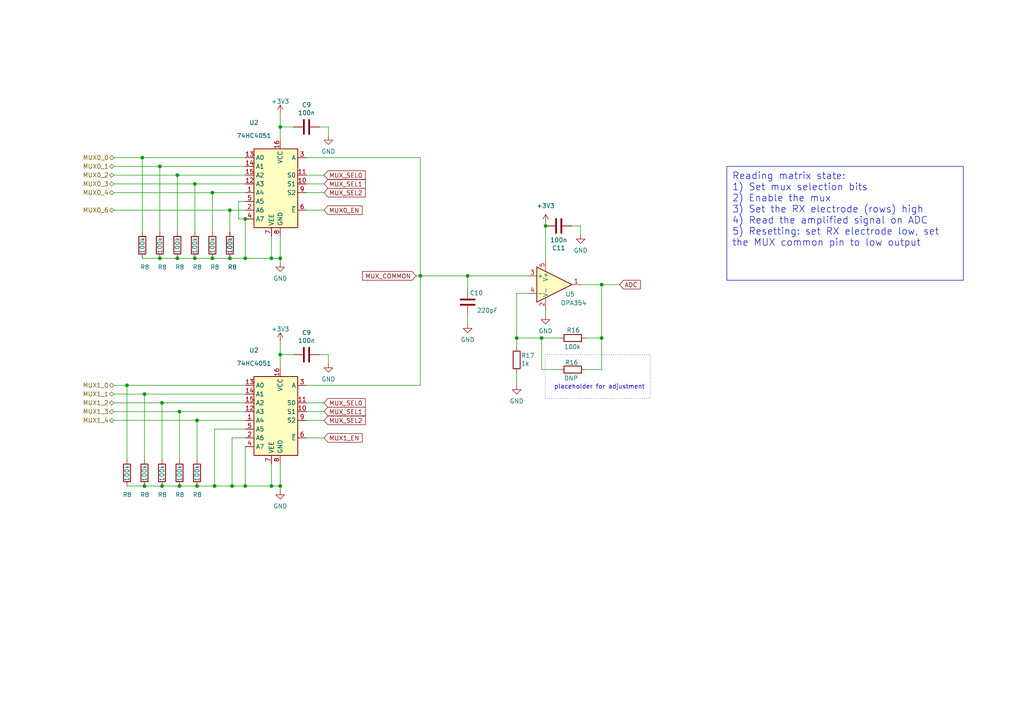
<source format=kicad_sch>
(kicad_sch (version 20230121) (generator eeschema)
  (paper "A4")
  (title_block (title "capybully") (date "2023-09-02") (rev "1.0") (company "sporkus"))
  (lib_symbols
    (symbol "74xx:74HC4051"
      (property "Reference" "U" (at -5.08 11.43 0))
      (property "Value" "74HC4051" (at -7.62 -13.97 0))
      (symbol "74HC4051_0_1"
        (rectangle (start -5.08 10.16) (end 7.62 -12.7) (stroke (width 0.254)) (fill (type background)))
      )
      (symbol "74HC4051_1_1"
        (pin passive line (at 10.16 -2.54 180) (length 2.54) (name "A4") (number "1"))
        (pin input line (at -7.62 0 0) (length 2.54) (name "S1") (number "10"))
        (pin input line (at -7.62 2.54 0) (length 2.54) (name "S0") (number "11"))
        (pin passive line (at 10.16 0 180) (length 2.54) (name "A3") (number "12"))
        (pin passive line (at 10.16 7.62 180) (length 2.54) (name "A0") (number "13"))
        (pin passive line (at 10.16 5.08 180) (length 2.54) (name "A1") (number "14"))
        (pin passive line (at 10.16 2.54 180) (length 2.54) (name "A2") (number "15"))
        (pin power_in line (at 0 12.7 270) (length 2.54) (name "VCC") (number "16"))
        (pin passive line (at 10.16 -7.62 180) (length 2.54) (name "A6") (number "2"))
        (pin passive line (at -7.62 7.62 0) (length 2.54) (name "A") (number "3"))
        (pin passive line (at 10.16 -10.16 180) (length 2.54) (name "A7") (number "4"))
        (pin passive line (at 10.16 -5.08 180) (length 2.54) (name "A5") (number "5"))
        (pin input line (at -7.62 -7.62 0) (length 2.54) (name "~{E}") (number "6"))
        (pin power_in line (at 2.54 -15.24 90) (length 2.54) (name "VEE") (number "7"))
        (pin power_in line (at 0 -15.24 90) (length 2.54) (name "GND") (number "8"))
        (pin input line (at -7.62 -2.54 0) (length 2.54) (name "S2") (number "9"))
      )
    )
    (symbol "Amplifier_Operational:OPA340NA" (pin_names (offset 0.127))
      (property "Reference" "U" (at -1.27 6.35 0))
      (property "Value" "OPA340NA" (at -1.27 3.81 0))
      (symbol "OPA340NA_0_1"
        (polyline (pts (xy -5.08 5.08) (xy 5.08 0) (xy -5.08 -5.08) (xy -5.08 5.08)) (stroke (width 0.254)) (fill (type background)))
        (pin power_in line (at -2.54 -7.62 90) (length 3.81) (name "V-") (number "2"))
        (pin power_in line (at -2.54 7.62 270) (length 3.81) (name "V+") (number "5"))
      )
      (symbol "OPA340NA_1_1"
        (pin output line (at 7.62 0 180) (length 2.54) (name "~") (number "1"))
        (pin input line (at -7.62 2.54 0) (length 2.54) (name "+") (number "3"))
        (pin input line (at -7.62 -2.54 0) (length 2.54) (name "-") (number "4"))
      )
    )
    (symbol "Device:C" (pin_numbers hide) (pin_names (offset 0.254))
      (property "Reference" "C" (at 0.635 2.54 0))
      (property "Value" "C" (at 0.635 -2.54 0))
      (symbol "C_0_1"
        (polyline (pts (xy -2.032 -0.762) (xy 2.032 -0.762)) (stroke (width 0.508)))
        (polyline (pts (xy -2.032 0.762) (xy 2.032 0.762)) (stroke (width 0.508)))
      )
      (symbol "C_1_1"
        (pin passive line (at 0 3.81 270) (length 2.794) (name "~") (number "1"))
        (pin passive line (at 0 -3.81 90) (length 2.794) (name "~") (number "2"))
      )
    )
    (symbol "Device:R" (pin_numbers hide) (pin_names (offset 0))
      (property "Reference" "R" (at 2.032 0 90))
      (property "Value" "R" (at 0 0 90))
      (symbol "R_0_1"
        (rectangle (start -1.016 -2.54) (end 1.016 2.54) (stroke (width 0.254)))
      )
      (symbol "R_1_1"
        (pin passive line (at 0 3.81 270) (length 1.27) (name "~") (number "1"))
        (pin passive line (at 0 -3.81 90) (length 1.27) (name "~") (number "2"))
      )
    )
    (symbol "power:+3.3V" (power) (pin_names (offset 0))
      (property "Value" "+3.3V" (at 0 3.556 0))
      (symbol "+3.3V_0_1"
        (polyline (pts (xy -0.762 1.27) (xy 0 2.54)))
        (polyline (pts (xy 0 0) (xy 0 2.54)))
        (polyline (pts (xy 0 2.54) (xy 0.762 1.27)))
      )
      (symbol "+3.3V_1_1"
        (pin power_in line (at 0 0 90) (length 0) hide (name "+3V3") (number "1"))
      )
    )
    (symbol "power:GND" (power) (pin_names (offset 0))
      (property "Value" "GND" (at 0 -3.81 0))
      (symbol "GND_0_1"
        (polyline (pts (xy 0 0) (xy 0 -1.27) (xy 1.27 -1.27) (xy 0 -2.54) (xy -1.27 -1.27) (xy 0 -1.27)))
      )
      (symbol "GND_1_1"
        (pin power_in line (at 0 0 270) (length 0) hide (name "GND") (number "1"))
      )
    )
  )
  (junction (at 81.28 140.97))
  (junction (at 51.435 74.93))
  (junction (at 135.636 80.01))
  (junction (at 46.99 140.97))
  (junction (at 61.595 74.93))
  (junction (at 174.498 98.044))
  (junction (at 62.23 140.97))
  (junction (at 81.28 36.83))
  (junction (at 56.515 53.34))
  (junction (at 66.675 60.96))
  (junction (at 157.099 98.044))
  (junction (at 71.12 63.5))
  (junction (at 81.28 102.87))
  (junction (at 52.07 119.38))
  (junction (at 71.12 140.97))
  (junction (at 71.12 74.93))
  (junction (at 67.31 140.97))
  (junction (at 57.15 140.97))
  (junction (at 46.355 48.26))
  (junction (at 46.355 74.93))
  (junction (at 41.275 45.72))
  (junction (at 78.74 74.93))
  (junction (at 61.595 55.88))
  (junction (at 57.15 121.92))
  (junction (at 52.07 140.97))
  (junction (at 174.498 82.55))
  (junction (at 56.515 74.93))
  (junction (at 41.91 140.97))
  (junction (at 41.91 114.3))
  (junction (at 51.435 50.8))
  (junction (at 78.74 140.97))
  (junction (at 81.28 74.93))
  (junction (at 36.83 111.76))
  (junction (at 149.86 98.044))
  (junction (at 121.92 80.01))
  (junction (at 46.99 116.84))
  (junction (at 66.675 74.93))
  (junction (at 158.242 65.532))
  (wire (pts (xy 71.12 63.5) (xy 71.12 74.93)))
  (wire (pts (xy 33.02 48.26) (xy 46.355 48.26)))
  (wire (pts (xy 149.86 98.044) (xy 149.86 100.584)))
  (wire (pts (xy 165.862 65.532) (xy 168.402 65.532)))
  (wire (pts (xy 56.515 53.34) (xy 56.515 67.31)))
  (wire (pts (xy 46.355 48.26) (xy 71.12 48.26)))
  (wire (pts (xy 88.9 45.72) (xy 121.92 45.72)))
  (wire (pts (xy 135.636 80.01) (xy 135.636 83.82)))
  (wire (pts (xy 78.74 74.93) (xy 81.28 74.93)))
  (wire (pts (xy 61.595 55.88) (xy 71.12 55.88)))
  (wire (pts (xy 93.98 60.96) (xy 88.9 60.96)))
  (wire (pts (xy 69.215 63.5) (xy 71.12 63.5)))
  (wire (pts (xy 66.675 60.96) (xy 66.675 67.31)))
  (wire (pts (xy 95.25 102.87) (xy 95.25 105.41)))
  (wire (pts (xy 157.099 107.188) (xy 157.099 98.044)))
  (wire (pts (xy 88.9 53.34) (xy 93.98 53.34)))
  (wire (pts (xy 78.74 68.58) (xy 78.74 74.93)))
  (wire (pts (xy 157.099 98.044) (xy 162.306 98.044)))
  (wire (pts (xy 52.07 119.38) (xy 52.07 133.35)))
  (wire (pts (xy 78.74 134.62) (xy 78.74 140.97)))
  (wire (pts (xy 56.515 53.34) (xy 71.12 53.34)))
  (wire (pts (xy 169.926 98.044) (xy 174.498 98.044)))
  (wire (pts (xy 46.99 116.84) (xy 46.99 133.35)))
  (wire (pts (xy 33.02 45.72) (xy 41.275 45.72)))
  (wire (pts (xy 33.02 111.76) (xy 36.83 111.76)))
  (wire (pts (xy 92.71 36.83) (xy 95.25 36.83)))
  (wire (pts (xy 62.23 124.46) (xy 62.23 140.97)))
  (wire (pts (xy 67.31 127) (xy 71.12 127)))
  (wire (pts (xy 62.23 124.46) (xy 71.12 124.46)))
  (wire (pts (xy 88.9 55.88) (xy 93.98 55.88)))
  (wire (pts (xy 67.31 140.97) (xy 71.12 140.97)))
  (wire (pts (xy 135.636 80.01) (xy 153.162 80.01)))
  (wire (pts (xy 174.498 82.55) (xy 179.705 82.55)))
  (wire (pts (xy 71.12 58.42) (xy 69.215 58.42)))
  (wire (pts (xy 33.02 50.8) (xy 51.435 50.8)))
  (wire (pts (xy 88.9 119.38) (xy 93.98 119.38)))
  (wire (pts (xy 135.636 91.44) (xy 135.636 93.98)))
  (wire (pts (xy 66.675 60.96) (xy 71.12 60.96)))
  (wire (pts (xy 81.28 68.58) (xy 81.28 74.93)))
  (wire (pts (xy 33.02 55.88) (xy 61.595 55.88)))
  (wire (pts (xy 69.215 58.42) (xy 69.215 63.5)))
  (wire (pts (xy 57.15 133.35) (xy 57.15 121.92)))
  (wire (pts (xy 121.92 45.72) (xy 121.92 80.01)))
  (wire (pts (xy 81.28 134.62) (xy 81.28 140.97)))
  (wire (pts (xy 81.28 142.24) (xy 81.28 140.97)))
  (wire (pts (xy 41.91 114.3) (xy 41.91 133.35)))
  (wire (pts (xy 168.402 65.532) (xy 168.402 68.072)))
  (wire (pts (xy 174.498 82.55) (xy 174.498 98.044)))
  (wire (pts (xy 81.28 36.83) (xy 81.28 40.64)))
  (wire (pts (xy 93.98 127) (xy 88.9 127)))
  (wire (pts (xy 56.515 74.93) (xy 61.595 74.93)))
  (wire (pts (xy 92.71 102.87) (xy 95.25 102.87)))
  (wire (pts (xy 57.15 121.92) (xy 71.12 121.92)))
  (wire (pts (xy 149.86 85.09) (xy 153.162 85.09)))
  (wire (pts (xy 51.435 50.8) (xy 71.12 50.8)))
  (wire (pts (xy 46.355 48.26) (xy 46.355 67.31)))
  (wire (pts (xy 81.28 99.06) (xy 81.28 102.87)))
  (wire (pts (xy 51.435 50.8) (xy 51.435 67.31)))
  (wire (pts (xy 52.07 140.97) (xy 57.15 140.97)))
  (wire (pts (xy 95.25 36.83) (xy 95.25 39.37)))
  (wire (pts (xy 46.99 140.97) (xy 52.07 140.97)))
  (wire (pts (xy 149.86 85.09) (xy 149.86 98.044)))
  (wire (pts (xy 71.12 140.97) (xy 78.74 140.97)))
  (wire (pts (xy 88.9 121.92) (xy 93.98 121.92)))
  (wire (pts (xy 33.02 119.38) (xy 52.07 119.38)))
  (wire (pts (xy 174.498 82.55) (xy 168.402 82.55)))
  (wire (pts (xy 78.74 140.97) (xy 81.28 140.97)))
  (wire (pts (xy 158.242 65.532) (xy 158.242 74.93)))
  (wire (pts (xy 41.275 45.72) (xy 71.12 45.72)))
  (wire (pts (xy 33.02 116.84) (xy 46.99 116.84)))
  (wire (pts (xy 36.83 111.76) (xy 71.12 111.76)))
  (wire (pts (xy 85.09 102.87) (xy 81.28 102.87)))
  (wire (pts (xy 121.92 80.01) (xy 121.92 111.76)))
  (wire (pts (xy 41.91 140.97) (xy 46.99 140.97)))
  (wire (pts (xy 67.31 127) (xy 67.31 140.97)))
  (wire (pts (xy 81.28 76.2) (xy 81.28 74.93)))
  (wire (pts (xy 33.02 60.96) (xy 66.675 60.96)))
  (wire (pts (xy 71.12 74.93) (xy 78.74 74.93)))
  (wire (pts (xy 121.92 80.01) (xy 135.636 80.01)))
  (wire (pts (xy 81.28 33.02) (xy 81.28 36.83)))
  (wire (pts (xy 71.12 129.54) (xy 71.12 140.97)))
  (wire (pts (xy 149.86 98.044) (xy 157.099 98.044)))
  (wire (pts (xy 88.9 50.8) (xy 93.98 50.8)))
  (wire (pts (xy 62.23 140.97) (xy 67.31 140.97)))
  (wire (pts (xy 120.65 80.01) (xy 121.92 80.01)))
  (wire (pts (xy 57.15 140.97) (xy 62.23 140.97)))
  (wire (pts (xy 52.07 119.38) (xy 71.12 119.38)))
  (wire (pts (xy 61.595 74.93) (xy 66.675 74.93)))
  (wire (pts (xy 36.83 111.76) (xy 36.83 133.35)))
  (wire (pts (xy 33.02 114.3) (xy 41.91 114.3)))
  (wire (pts (xy 66.675 74.93) (xy 71.12 74.93)))
  (wire (pts (xy 33.02 53.34) (xy 56.515 53.34)))
  (wire (pts (xy 61.595 67.31) (xy 61.595 55.88)))
  (wire (pts (xy 46.99 116.84) (xy 71.12 116.84)))
  (wire (pts (xy 41.91 114.3) (xy 71.12 114.3)))
  (wire (pts (xy 88.9 111.76) (xy 121.92 111.76)))
  (wire (pts (xy 81.28 102.87) (xy 81.28 106.68)))
  (wire (pts (xy 169.926 107.188) (xy 174.498 107.188)))
  (wire (pts (xy 33.02 121.92) (xy 57.15 121.92)))
  (wire (pts (xy 88.9 116.84) (xy 93.98 116.84)))
  (wire (pts (xy 41.275 45.72) (xy 41.275 67.31)))
  (wire (pts (xy 158.242 90.17) (xy 158.242 91.44)))
  (wire (pts (xy 158.242 64.77) (xy 158.242 65.532)))
  (wire (pts (xy 36.83 140.97) (xy 41.91 140.97)))
  (wire (pts (xy 157.099 107.188) (xy 162.306 107.188)))
  (wire (pts (xy 51.435 74.93) (xy 56.515 74.93)))
  (wire (pts (xy 85.09 36.83) (xy 81.28 36.83)))
  (wire (pts (xy 46.355 74.93) (xy 51.435 74.93)))
  (wire (pts (xy 149.86 108.204) (xy 149.86 111.76)))
  (wire (pts (xy 174.498 107.188) (xy 174.498 98.044)))
  (wire (pts (xy 41.275 74.93) (xy 46.355 74.93)))
  (rectangle (start 158.115 102.87) (end 188.595 115.57) (stroke (width 0) (type dot)))
  (text_box "Reading matrix state:\n1) Set mux selection bits\n2) Enable the mux\n3) Set the RX electrode (rows) high\n4) Read the amplified signal on ADC\n5) Resetting: set RX electrode low, set the MUX common pin to low output " (at 210.82 48.26 0) (size 68.58 33.02) (effects (font (size 2 2)) (justify left top)))
  (text "placeholder for adjustment" (at 160.655 113.03 0) (effects (font (size 1.27 1.27)) (justify left bottom)))
  (global_label "MUX_SEL2" (shape input) (at 93.98 121.92 0) (property "Intersheetrefs" "${INTERSHEET_REFS}" (effects hide)))
  (global_label "MUX_SEL0" (shape input) (at 93.98 50.8 0) (property "Intersheetrefs" "${INTERSHEET_REFS}" (effects hide)))
  (global_label "MUX_SEL0" (shape input) (at 93.98 116.84 0) (property "Intersheetrefs" "${INTERSHEET_REFS}" (effects hide)))
  (global_label "MUX_SEL1" (shape input) (at 93.98 53.34 0) (property "Intersheetrefs" "${INTERSHEET_REFS}" (effects hide)))
  (global_label "MUX1_EN" (shape input) (at 93.98 127 0) (property "Intersheetrefs" "${INTERSHEET_REFS}" (effects hide)))
  (global_label "ADC" (shape input) (at 179.705 82.55 0) (property "Intersheetrefs" "${INTERSHEET_REFS}" (effects hide)))
  (global_label "MUX_SEL1" (shape input) (at 93.98 119.38 0) (property "Intersheetrefs" "${INTERSHEET_REFS}" (effects hide)))
  (global_label "MUX_SEL2" (shape input) (at 93.98 55.88 0) (property "Intersheetrefs" "${INTERSHEET_REFS}" (effects hide)))
  (global_label "MUX0_EN" (shape input) (at 93.98 60.96 0) (property "Intersheetrefs" "${INTERSHEET_REFS}" (effects hide)))
  (global_label "MUX_COMMON" (shape input) (at 120.65 80.01 180) (property "Intersheetrefs" "${INTERSHEET_REFS}" (effects hide)))
  (hierarchical_label "MUX0_2" (shape bidirectional) (at 33.02 50.8 180))
  (hierarchical_label "MUX1_4" (shape bidirectional) (at 33.02 121.92 180))
  (hierarchical_label "MUX0_3" (shape bidirectional) (at 33.02 53.34 180))
  (hierarchical_label "MUX0_6" (shape bidirectional) (at 33.02 60.96 180))
  (hierarchical_label "MUX1_2" (shape bidirectional) (at 33.02 116.84 180))
  (hierarchical_label "MUX0_1" (shape bidirectional) (at 33.02 48.26 180))
  (hierarchical_label "MUX0_0" (shape bidirectional) (at 33.02 45.72 180))
  (hierarchical_label "MUX1_1" (shape bidirectional) (at 33.02 114.3 180))
  (hierarchical_label "MUX0_4" (shape bidirectional) (at 33.02 55.88 180))
  (hierarchical_label "MUX1_3" (shape bidirectional) (at 33.02 119.38 180))
  (hierarchical_label "MUX1_0" (shape bidirectional) (at 33.02 111.76 180))
  (symbol (lib_id "Device:R") (at 51.435 71.12 0) (unit 1)
    (property "Reference" "R8" (at 50.8 77.47 0) (effects (justify left)))
    (property "Value" "100k" (at 51.435 73.66 90) (effects (justify left)))
    (property "Footprint" "Resistor_SMD:R_0402_1005Metric" (effects hide))
    (property "LCSC" "C25741" (effects hide))
    (instances (project "analog" (path "" (reference "R8") (unit 1))) (project "capybully" (path "" (reference "R4") (unit 1))) (project "coulomb42" (path "" (reference "R3") (unit 1))) (project "le_capybara" (path "" (reference "R7") (unit 1))) (project "EC60-Rev_1_1" (path "" (reference "R8") (unit 1))))
  )
  (symbol (lib_id "Device:R") (at 57.15 137.16 0) (unit 1)
    (property "Reference" "R8" (at 55.88 143.51 0) (effects (justify left)))
    (property "Value" "100k" (at 57.15 139.7 90) (effects (justify left)))
    (property "Footprint" "Resistor_SMD:R_0402_1005Metric" (effects hide))
    (property "LCSC" "C25741" (effects hide))
    (instances (project "analog" (path "" (reference "R8") (unit 1))) (project "capybully" (path "" (reference "R12") (unit 1))) (project "coulomb42" (path "" (reference "R14") (unit 1))) (project "le_capybara" (path "" (reference "R7") (unit 1))) (project "EC60-Rev_1_1" (path "" (reference "R8") (unit 1))))
  )
  (symbol (lib_id "Device:C") (at 162.052 65.532 270) (mirror x) (unit 1)
    (property "Reference" "C11" (at 162.052 71.9328 90))
    (property "Value" "100n" (at 162.052 69.6214 90))
    (property "Footprint" "Capacitor_SMD:C_0402_1005Metric" (effects hide))
    (property "LCSC" "C307331" (effects hide))
    (instances (project "analog" (path "" (reference "C11") (unit 1))) (project "capybully" (path "" (reference "C12") (unit 1))) (project "coulomb42" (path "" (reference "C2") (unit 1))) (project "le_capybara" (path "" (reference "C15") (unit 1))) (project "EC60-Rev_1_1" (path "" (reference "C11") (unit 1))))
  )
  (symbol (lib_id "power:GND") (at 95.25 39.37 0) (unit 1)
    (property "Reference" "#PWR034" (effects hide))
    (property "Value" "GND" (at 95.25 43.9325 0))
    (instances (project "analog" (path "" (reference "#PWR034") (unit 1))) (project "capybully" (path "" (reference "#PWR09") (unit 1))) (project "coulomb42" (path "" (reference "#PWR07") (unit 1))) (project "le_capybara" (path "" (reference "#PWR020") (unit 1))) (project "EC60-Rev_1_1" (path "" (reference "#PWR034") (unit 1))))
  )
  (symbol (lib_id "Device:R") (at 52.07 137.16 0) (unit 1)
    (property "Reference" "R8" (at 50.8 143.51 0) (effects (justify left)))
    (property "Value" "100k" (at 52.07 139.7 90) (effects (justify left)))
    (property "Footprint" "Resistor_SMD:R_0402_1005Metric" (effects hide))
    (property "LCSC" "C25741" (effects hide))
    (instances (project "analog" (path "" (reference "R8") (unit 1))) (project "capybully" (path "" (reference "R11") (unit 1))) (project "coulomb42" (path "" (reference "R13") (unit 1))) (project "le_capybara" (path "" (reference "R7") (unit 1))) (project "EC60-Rev_1_1" (path "" (reference "R8") (unit 1))))
  )
  (symbol (lib_id "Device:C") (at 135.636 87.63 0) (unit 1)
    (property "Reference" "C10" (at 138.176 84.963 0))
    (property "Value" "220pF" (at 141.351 90.043 0))
    (property "Footprint" "Capacitor_SMD:C_0402_1005Metric" (effects hide))
    (property "LCSC" "C1530" (effects hide))
    (instances (project "analog" (path "" (reference "C10") (unit 1))) (project "capybully" (path "" (reference "C13") (unit 1))) (project "coulomb42" (path "" (reference "C3") (unit 1))) (project "le_capybara" (path "" (reference "C14") (unit 1))) (project "EC60-Rev_1_1" (path "" (reference "C10") (unit 1))))
  )
  (symbol (lib_id "Device:R") (at 56.515 71.12 0) (unit 1)
    (property "Reference" "R8" (at 55.88 77.47 0) (effects (justify left)))
    (property "Value" "100k" (at 56.515 73.66 90) (effects (justify left)))
    (property "Footprint" "Resistor_SMD:R_0402_1005Metric" (effects hide))
    (property "LCSC" "C25741" (effects hide))
    (instances (project "analog" (path "" (reference "R8") (unit 1))) (project "capybully" (path "" (reference "R5") (unit 1))) (project "coulomb42" (path "" (reference "R4") (unit 1))) (project "le_capybara" (path "" (reference "R7") (unit 1))) (project "EC60-Rev_1_1" (path "" (reference "R8") (unit 1))))
  )
  (symbol (lib_id "Device:R") (at 61.595 71.12 0) (unit 1)
    (property "Reference" "R8" (at 60.96 77.47 0) (effects (justify left)))
    (property "Value" "100k" (at 61.595 73.66 90) (effects (justify left)))
    (property "Footprint" "Resistor_SMD:R_0402_1005Metric" (effects hide))
    (property "LCSC" "C25741" (effects hide))
    (instances (project "analog" (path "" (reference "R8") (unit 1))) (project "capybully" (path "" (reference "R6") (unit 1))) (project "coulomb42" (path "" (reference "R5") (unit 1))) (project "le_capybara" (path "" (reference "R7") (unit 1))) (project "EC60-Rev_1_1" (path "" (reference "R8") (unit 1))))
  )
  (symbol (lib_id "Device:R") (at 66.675 71.12 0) (unit 1)
    (property "Reference" "R8" (at 66.04 77.47 0) (effects (justify left)))
    (property "Value" "100k" (at 66.675 73.66 90) (effects (justify left)))
    (property "Footprint" "Resistor_SMD:R_0402_1005Metric" (effects hide))
    (property "LCSC" "C25741" (effects hide))
    (instances (project "analog" (path "" (reference "R8") (unit 1))) (project "capybully" (path "" (reference "R7") (unit 1))) (project "coulomb42" (path "" (reference "R6") (unit 1))) (project "le_capybara" (path "" (reference "R7") (unit 1))) (project "EC60-Rev_1_1" (path "" (reference "R8") (unit 1))))
  )
  (symbol (lib_id "power:GND") (at 135.636 93.98 0) (unit 1)
    (property "Reference" "#PWR037" (effects hide))
    (property "Value" "GND" (at 135.636 98.5425 0))
    (instances (project "analog" (path "" (reference "#PWR037") (unit 1))) (project "capybully" (path "" (reference "#PWR020") (unit 1))) (project "coulomb42" (path "" (reference "#PWR012") (unit 1))) (project "le_capybara" (path "" (reference "#PWR029") (unit 1))) (project "EC60-Rev_1_1" (path "" (reference "#PWR037") (unit 1))))
  )
  (symbol (lib_id "74xx:74HC4051") (at 81.28 119.38 0) (mirror y) (unit 1)
    (property "Reference" "U2" (at 73.66 101.6 0))
    (property "Value" "74HC4051" (at 73.66 105.41 0))
    (property "Footprint" "Package_SO:TSSOP-16_4.4x5mm_P0.65mm" (effects hide))
    (property "Datasheet" "http://www.ti.com/lit/ds/symlink/cd74hc4051.pdf" (effects hide))
    (property "LCSC" "C5645" (effects hide))
    (property "JlcRotOffset" "270" (effects hide))
    (instances (project "analog" (path "" (reference "U2") (unit 1))) (project "capybully" (path "" (reference "U3") (unit 1))) (project "coulomb42" (path "" (reference "U3") (unit 1))) (project "le_capybara" (path "" (reference "U4") (unit 1))) (project "EC60-Rev_1_1" (path "" (reference "U2") (unit 1))))
  )
  (symbol (lib_id "power:GND") (at 95.25 105.41 0) (unit 1)
    (property "Reference" "#PWR034" (effects hide))
    (property "Value" "GND" (at 95.25 109.9725 0))
    (instances (project "analog" (path "" (reference "#PWR034") (unit 1))) (project "capybully" (path "" (reference "#PWR013") (unit 1))) (project "coulomb42" (path "" (reference "#PWR014") (unit 1))) (project "le_capybara" (path "" (reference "#PWR020") (unit 1))) (project "EC60-Rev_1_1" (path "" (reference "#PWR034") (unit 1))))
  )
  (symbol (lib_id "Device:R") (at 166.116 98.044 270) (unit 1)
    (property "Reference" "R16" (at 164.338 95.758 90) (effects (justify left)))
    (property "Value" "100k" (at 163.576 100.584 90) (effects (justify left)))
    (property "Footprint" "Resistor_SMD:R_0402_1005Metric" (effects hide))
    (property "LCSC" "C25741" (effects hide))
    (instances (project "analog" (path "" (reference "R16") (unit 1))) (project "capybully" (path "" (reference "R15") (unit 1))) (project "coulomb42" (path "" (reference "R7") (unit 1))) (project "le_capybara" (path "" (reference "R6") (unit 1))) (project "EC60-Rev_1_1" (path "" (reference "R16") (unit 1))))
  )
  (symbol (lib_id "power:+3.3V") (at 158.242 64.77 0) (unit 1)
    (property "Reference" "#PWR042" (effects hide))
    (property "Value" "+3.3V" (at 158.242 59.69 0))
    (instances (project "analog" (path "" (reference "#PWR042") (unit 1))) (project "capybully" (path "" (reference "#PWR017") (unit 1))) (project "coulomb42" (path "" (reference "#PWR08") (unit 1))) (project "le_capybara" (path "" (reference "#PWR033") (unit 1))) (project "EC60-Rev_1_1" (path "" (reference "#PWR042") (unit 1))))
  )
  (symbol (lib_id "Device:R") (at 36.83 137.16 0) (unit 1)
    (property "Reference" "R8" (at 35.56 143.51 0) (effects (justify left)))
    (property "Value" "100k" (at 36.83 139.7 90) (effects (justify left)))
    (property "Footprint" "Resistor_SMD:R_0402_1005Metric" (effects hide))
    (property "LCSC" "C25741" (effects hide))
    (instances (project "analog" (path "" (reference "R8") (unit 1))) (project "capybully" (path "" (reference "R8") (unit 1))) (project "coulomb42" (path "" (reference "R10") (unit 1))) (project "le_capybara" (path "" (reference "R7") (unit 1))) (project "EC60-Rev_1_1" (path "" (reference "R8") (unit 1))))
  )
  (symbol (lib_id "power:GND") (at 81.28 142.24 0) (unit 1)
    (property "Reference" "#PWR036" (effects hide))
    (property "Value" "GND" (at 81.28 146.8025 0))
    (instances (project "analog" (path "" (reference "#PWR036") (unit 1))) (project "capybully" (path "" (reference "#PWR014") (unit 1))) (project "coulomb42" (path "" (reference "#PWR016") (unit 1))) (project "le_capybara" (path "" (reference "#PWR031") (unit 1))) (project "EC60-Rev_1_1" (path "" (reference "#PWR036") (unit 1))))
  )
  (symbol (lib_id "Device:R") (at 46.355 71.12 0) (unit 1)
    (property "Reference" "R8" (at 45.72 77.47 0) (effects (justify left)))
    (property "Value" "100k" (at 46.355 73.66 90) (effects (justify left)))
    (property "Footprint" "Resistor_SMD:R_0402_1005Metric" (effects hide))
    (property "LCSC" "C25741" (effects hide))
    (instances (project "analog" (path "" (reference "R8") (unit 1))) (project "capybully" (path "" (reference "R2") (unit 1))) (project "coulomb42" (path "" (reference "R2") (unit 1))) (project "le_capybara" (path "" (reference "R7") (unit 1))) (project "EC60-Rev_1_1" (path "" (reference "R8") (unit 1))))
  )
  (symbol (lib_id "Device:R") (at 46.99 137.16 0) (unit 1)
    (property "Reference" "R8" (at 45.72 143.51 0) (effects (justify left)))
    (property "Value" "100k" (at 46.99 139.7 90) (effects (justify left)))
    (property "Footprint" "Resistor_SMD:R_0402_1005Metric" (effects hide))
    (property "LCSC" "C25741" (effects hide))
    (instances (project "analog" (path "" (reference "R8") (unit 1))) (project "capybully" (path "" (reference "R10") (unit 1))) (project "coulomb42" (path "" (reference "R12") (unit 1))) (project "le_capybara" (path "" (reference "R7") (unit 1))) (project "EC60-Rev_1_1" (path "" (reference "R8") (unit 1))))
  )
  (symbol (lib_id "power:GND") (at 81.28 76.2 0) (unit 1)
    (property "Reference" "#PWR036" (effects hide))
    (property "Value" "GND" (at 81.28 80.7625 0))
    (instances (project "analog" (path "" (reference "#PWR036") (unit 1))) (project "capybully" (path "" (reference "#PWR010") (unit 1))) (project "coulomb42" (path "" (reference "#PWR010") (unit 1))) (project "le_capybara" (path "" (reference "#PWR031") (unit 1))) (project "EC60-Rev_1_1" (path "" (reference "#PWR036") (unit 1))))
  )
  (symbol (lib_id "power:+3.3V") (at 81.28 99.06 0) (unit 1)
    (property "Reference" "#PWR033" (effects hide))
    (property "Value" "+3.3V" (at 81.28 95.4555 0))
    (instances (project "analog" (path "" (reference "#PWR033") (unit 1))) (project "capybully" (path "" (reference "#PWR011") (unit 1))) (project "coulomb42" (path "" (reference "#PWR013") (unit 1))) (project "le_capybara" (path "" (reference "#PWR019") (unit 1))) (project "EC60-Rev_1_1" (path "" (reference "#PWR033") (unit 1))))
  )
  (symbol (lib_id "power:GND") (at 158.242 91.44 0) (unit 1)
    (property "Reference" "#PWR041" (effects hide))
    (property "Value" "GND" (at 158.242 96.0025 0))
    (instances (project "analog" (path "" (reference "#PWR041") (unit 1))) (project "capybully" (path "" (reference "#PWR019") (unit 1))) (project "coulomb42" (path "" (reference "#PWR011") (unit 1))) (project "le_capybara" (path "" (reference "#PWR028") (unit 1))) (project "EC60-Rev_1_1" (path "" (reference "#PWR041") (unit 1))))
  )
  (symbol (lib_id "Device:C") (at 88.9 36.83 270) (unit 1)
    (property "Reference" "C9" (at 88.9 30.4292 90))
    (property "Value" "100n" (at 88.9 32.7406 90))
    (property "Footprint" "Capacitor_SMD:C_0402_1005Metric" (effects hide))
    (property "LCSC" "C307331" (effects hide))
    (instances (project "analog" (path "" (reference "C9") (unit 1))) (project "capybully" (path "" (reference "C9") (unit 1))) (project "coulomb42" (path "" (reference "C1") (unit 1))) (project "le_capybara" (path "" (reference "C13") (unit 1))) (project "EC60-Rev_1_1" (path "" (reference "C9") (unit 1))))
  )
  (symbol (lib_id "Device:C") (at 88.9 102.87 270) (unit 1)
    (property "Reference" "C9" (at 88.9 96.4692 90))
    (property "Value" "100n" (at 88.9 98.7806 90))
    (property "Footprint" "Capacitor_SMD:C_0402_1005Metric" (effects hide))
    (property "LCSC" "C307331" (effects hide))
    (instances (project "analog" (path "" (reference "C9") (unit 1))) (project "capybully" (path "" (reference "C11") (unit 1))) (project "coulomb42" (path "" (reference "C4") (unit 1))) (project "le_capybara" (path "" (reference "C13") (unit 1))) (project "EC60-Rev_1_1" (path "" (reference "C9") (unit 1))))
  )
  (symbol (lib_id "power:GND") (at 149.86 111.76 0) (unit 1)
    (property "Reference" "#PWR041" (effects hide))
    (property "Value" "GND" (at 149.86 116.3225 0))
    (instances (project "analog" (path "" (reference "#PWR041") (unit 1))) (project "capybully" (path "" (reference "#PWR023") (unit 1))) (project "coulomb42" (path "" (reference "#PWR015") (unit 1))) (project "le_capybara" (path "" (reference "#PWR032") (unit 1))) (project "EC60-Rev_1_1" (path "" (reference "#PWR041") (unit 1))))
  )
  (symbol (lib_id "Device:R") (at 41.275 71.12 0) (unit 1)
    (property "Reference" "R8" (at 40.64 77.47 0) (effects (justify left)))
    (property "Value" "100k" (at 41.275 73.66 90) (effects (justify left)))
    (property "Footprint" "Resistor_SMD:R_0402_1005Metric" (effects hide))
    (property "LCSC" "C25741" (effects hide))
    (instances (project "analog" (path "" (reference "R8") (unit 1))) (project "capybully" (path "" (reference "R1") (unit 1))) (project "coulomb42" (path "" (reference "R1") (unit 1))) (project "le_capybara" (path "" (reference "R7") (unit 1))) (project "EC60-Rev_1_1" (path "" (reference "R8") (unit 1))))
  )
  (symbol (lib_id "Device:R") (at 166.116 107.188 270) (unit 1) (in_bom no)
    (property "Reference" "R16" (at 163.83 105.156 90) (effects (justify left)))
    (property "Value" "DNP" (at 163.576 109.728 90) (effects (justify left)))
    (property "Footprint" "Resistor_SMD:R_0402_1005Metric" (effects hide))
    (instances (project "analog" (path "" (reference "R16") (unit 1))) (project "capybully" (path "" (reference "R17") (unit 1))) (project "coulomb42" (path "" (reference "R9") (unit 1))) (project "le_capybara" (path "" (reference "R18") (unit 1))) (project "EC60-Rev_1_1" (path "" (reference "R16") (unit 1))))
  )
  (symbol (lib_id "power:GND") (at 168.402 68.072 0) (unit 1)
    (property "Reference" "#PWR039" (effects hide))
    (property "Value" "GND" (at 168.402 72.6345 0))
    (instances (project "analog" (path "" (reference "#PWR039") (unit 1))) (project "capybully" (path "" (reference "#PWR018") (unit 1))) (project "coulomb42" (path "" (reference "#PWR09") (unit 1))) (project "le_capybara" (path "" (reference "#PWR030") (unit 1))) (project "EC60-Rev_1_1" (path "" (reference "#PWR039") (unit 1))))
  )
  (symbol (lib_id "Amplifier_Operational:OPA340NA") (at 160.782 82.55 0) (unit 1)
    (property "Reference" "U5" (at 165.354 85.344 0))
    (property "Value" "OPA354" (at 166.37 87.884 0))
    (property "Footprint" "Package_TO_SOT_SMD:SOT-23-5" (effects hide))
    (property "Datasheet" "https://www.ti.com/general/docs/suppproductinfo.tsp?distId=10&gotoUrl=https%3A%2F%2Fwww.ti.com%2Flit%2Fgpn%2Fopa356" (effects hide))
    (instances (project "capybully" (path "" (reference "U5") (unit 1))) (project "coulomb42" (path "" (reference "U2") (unit 1))) (project "le_capybara" (path "" (reference "U5") (unit 1))))
  )
  (symbol (lib_id "74xx:74HC4051") (at 81.28 53.34 0) (mirror y) (unit 1)
    (property "Reference" "U2" (at 73.66 35.56 0))
    (property "Value" "74HC4051" (at 73.66 39.37 0))
    (property "Footprint" "Package_SO:TSSOP-16_4.4x5mm_P0.65mm" (effects hide))
    (property "Datasheet" "http://www.ti.com/lit/ds/symlink/cd74hc4051.pdf" (effects hide))
    (property "LCSC" "C5645" (effects hide))
    (property "JlcRotOffset" "270" (effects hide))
    (instances (project "analog" (path "" (reference "U2") (unit 1))) (project "capybully" (path "" (reference "U2") (unit 1))) (project "coulomb42" (path "" (reference "U1") (unit 1))) (project "le_capybara" (path "" (reference "U4") (unit 1))) (project "EC60-Rev_1_1" (path "" (reference "U2") (unit 1))))
  )
  (symbol (lib_id "Device:R") (at 149.86 104.394 0) (unit 1)
    (property "Reference" "R17" (at 151.13 103.124 0) (effects (justify left)))
    (property "Value" "1k" (at 151.13 105.4354 0) (effects (justify left)))
    (property "Footprint" "Resistor_SMD:R_0402_1005Metric" (effects hide))
    (property "LCSC" "C11702" (effects hide))
    (instances (project "analog" (path "" (reference "R17") (unit 1))) (project "capybully" (path "" (reference "R16") (unit 1))) (project "coulomb42" (path "" (reference "R8") (unit 1))) (project "le_capybara" (path "" (reference "R15") (unit 1))) (project "EC60-Rev_1_1" (path "" (reference "R17") (unit 1))))
  )
  (symbol (lib_id "power:+3.3V") (at 81.28 33.02 0) (unit 1)
    (property "Reference" "#PWR033" (effects hide))
    (property "Value" "+3.3V" (at 81.28 29.4155 0))
    (instances (project "analog" (path "" (reference "#PWR033") (unit 1))) (project "capybully" (path "" (reference "#PWR05") (unit 1))) (project "coulomb42" (path "" (reference "#PWR06") (unit 1))) (project "le_capybara" (path "" (reference "#PWR019") (unit 1))) (project "EC60-Rev_1_1" (path "" (reference "#PWR033") (unit 1))))
  )
  (symbol (lib_id "Device:R") (at 41.91 137.16 0) (unit 1)
    (property "Reference" "R8" (at 40.64 143.51 0) (effects (justify left)))
    (property "Value" "100k" (at 41.91 139.7 90) (effects (justify left)))
    (property "Footprint" "Resistor_SMD:R_0402_1005Metric" (effects hide))
    (property "LCSC" "C25741" (effects hide))
    (instances (project "analog" (path "" (reference "R8") (unit 1))) (project "capybully" (path "" (reference "R9") (unit 1))) (project "coulomb42" (path "" (reference "R11") (unit 1))) (project "le_capybara" (path "" (reference "R7") (unit 1))) (project "EC60-Rev_1_1" (path "" (reference "R8") (unit 1))))
  )
)
</source>
